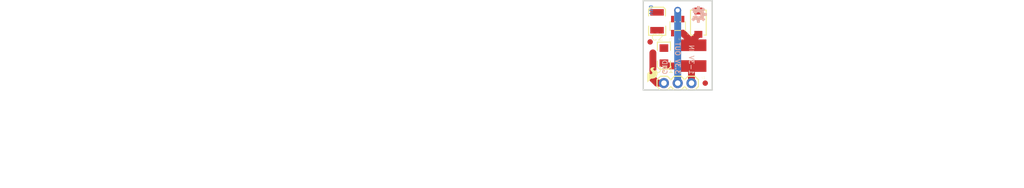
<source format=kicad_pcb>
(kicad_pcb (version 20211014) (generator pcbnew)
  (layers (0 "F.Cu" signal) (31 "B.Cu" signal) (34 "B.Paste" user) (35 "F.Paste" user) (36 "B.SilkS" user "B.Silkscreen") (37 "F.SilkS" user "F.Silkscreen") (38 "B.Mask" user) (39 "F.Mask" user) (44 "Edge.Cuts" user))
  (net 0 "")
  (net 1 "N$3")
  (net 2 "VOUT")
  (net 3 "GND")
  (net 4 "VIN")
  (footprint "boardEagle:CREATIVE_COMMONS" (layer "F.Cu") (at 129.4511 131.0386)
    (fp_text reference "U$2" hide)
    (fp_text value "CREATIVE_COMMONS" hide)
  )
  (footprint "boardEagle:1X03" (layer "F.Cu") (at 145.9611 111.9886)
    (fp_text reference "JP1" (at -1.3462 -1.8288) (layer "F.SilkS") (effects (font (size 1.143 1.143) (thickness 0.127)) (justify left bottom)))
    (fp_text value "")
    (fp_line (start 1.27 -0.635) (end 1.905 -1.27) (layer "F.SilkS") (width 0.2032))
    (fp_line (start 4.445 1.27) (end 3.81 0.635) (layer "F.SilkS") (width 0.2032))
    (fp_line (start 5.715 1.27) (end 4.445 1.27) (layer "F.SilkS") (width 0.2032))
    (fp_line (start 0.635 -1.27) (end 1.27 -0.635) (layer "F.SilkS") (width 0.2032))
    (fp_line (start 6.35 -0.635) (end 6.35 0.635) (layer "F.SilkS") (width 0.2032))
    (fp_line (start -0.635 -1.27) (end 0.635 -1.27) (layer "F.SilkS") (width 0.2032))
    (fp_line (start 4.445 -1.27) (end 5.715 -1.27) (layer "F.SilkS") (width 0.2032))
    (fp_line (start -1.27 0.635) (end -0.635 1.27) (layer "F.SilkS") (width 0.2032))
    (fp_line (start -1.27 -0.635) (end -1.27 0.635) (layer "F.SilkS") (width 0.2032))
    (fp_line (start 3.81 -0.635) (end 4.445 -1.27) (layer "F.SilkS") (width 0.2032))
    (fp_line (start 5.715 -1.27) (end 6.35 -0.635) (layer "F.SilkS") (width 0.2032))
    (fp_line (start 0.635 1.27) (end -0.635 1.27) (layer "F.SilkS") (width 0.2032))
    (fp_line (start 3.81 0.635) (end 3.175 1.27) (layer "F.SilkS") (width 0.2032))
    (fp_line (start 6.35 0.635) (end 5.715 1.27) (layer "F.SilkS") (width 0.2032))
    (fp_line (start 1.905 1.27) (end 1.27 0.635) (layer "F.SilkS") (width 0.2032))
    (fp_line (start 1.905 -1.27) (end 3.175 -1.27) (layer "F.SilkS") (width 0.2032))
    (fp_line (start 3.175 -1.27) (end 3.81 -0.635) (layer "F.SilkS") (width 0.2032))
    (fp_line (start -0.635 -1.27) (end -1.27 -0.635) (layer "F.SilkS") (width 0.2032))
    (fp_line (start 1.27 0.635) (end 0.635 1.27) (layer "F.SilkS") (width 0.2032))
    (fp_line (start 3.175 1.27) (end 1.905 1.27) (layer "F.SilkS") (width 0.2032))
    (pad "1" thru_hole circle (at 0 0 90) (size 1.8796 1.8796) (drill 1.016) (layers *.Cu *.Mask) (net 3 "GND"))
    (pad "2" thru_hole circle (at 2.54 0 90) (size 1.8796 1.8796) (drill 1.016) (layers *.Cu *.Mask) (net 2 "VOUT"))
    (pad "3" thru_hole circle (at 5.08 0 90) (size 1.8796 1.8796) (drill 1.016) (layers *.Cu *.Mask) (net 4 "VIN"))
  )
  (footprint "boardEagle:SOT23-5" (layer "F.Cu") (at 148.5011 101.4476 180)
    (fp_text reference "U1" (at -0.889 -2.159 180) (layer "F.SilkS") (effects (font (size 0.373888 0.373888) (thickness 0.032512)) (justify right top)))
    (fp_text value "NCP1402")
    (fp_line (start -1.3276 0.8104) (end -1.4224 0.8104) (layer "F.SilkS") (width 0.1524))
    (fp_line (start 1.3276 -0.8104) (end 1.4224 -0.8104) (layer "F.SilkS") (width 0.1524))
    (fp_line (start 1.4224 -0.8104) (end 1.4224 0.8104) (layer "F.SilkS") (width 0.1524))
    (fp_line (start 1.4224 0.8104) (end 1.3276 0.8104) (layer "F.SilkS") (width 0.1524))
    (fp_line (start -0.5224 -0.8104) (end 0.5224 -0.8104) (layer "F.SilkS") (width 0.1524))
    (fp_line (start -1.4224 -0.8104) (end -1.3276 -0.8104) (layer "F.SilkS") (width 0.1524))
    (fp_line (start -1.4224 0.8104) (end -1.4224 -0.8104) (layer "F.SilkS") (width 0.1524))
    (fp_line (start 0.5224 0.8104) (end 0.4276 0.8104) (layer "F.SilkS") (width 0.1524))
    (fp_line (start -0.4276 0.8104) (end -0.5224 0.8104) (layer "F.SilkS") (width 0.1524))
    (pad "1" smd rect (at -0.95 1.3001 180) (size 0.55 1.2) (layers "F.Cu" "F.Paste" "F.Mask") (net 2 "VOUT"))
    (pad "2" smd rect (at 0 1.3001 180) (size 0.55 1.2) (layers "F.Cu" "F.Paste" "F.Mask") (net 2 "VOUT"))
    (pad "3" smd rect (at 0.95 1.3001 180) (size 0.55 1.2) (layers "F.Cu" "F.Paste" "F.Mask"))
    (pad "4" smd rect (at 0.95 -1.3001 180) (size 0.55 1.2) (layers "F.Cu" "F.Paste" "F.Mask") (net 3 "GND"))
    (pad "5" smd rect (at -0.95 -1.3001 180) (size 0.55 1.2) (layers "F.Cu" "F.Paste" "F.Mask") (net 1 "N$3"))
  )
  (footprint "boardEagle:FIDUCIAL-1X2" (layer "F.Cu") (at 143.4211 104.3686)
    (fp_text reference "FID2" hide)
    (fp_text value "FIDUCIAL1X2" hide)
    (pad "1" smd roundrect (at 0 0) (size 1 1) (layers "F.Cu" "F.Mask") (roundrect_rratio 0.5))
  )
  (footprint "boardEagle:CR54" (layer "F.Cu") (at 151.0411 106.9086 180)
    (fp_text reference "L1" (at -2.54 -3.81 180) (layer "F.SilkS") (effects (font (size 0.373888 0.373888) (thickness 0.032512)) (justify right top)))
    (fp_text value "47uH")
    (pad "P$1" smd rect (at 0 -1.92 180) (size 5.5 2.15) (layers "F.Cu" "F.Paste" "F.Mask") (net 4 "VIN"))
    (pad "P$2" smd rect (at 0 1.92 180) (size 5.5 2.15) (layers "F.Cu" "F.Paste" "F.Mask") (net 1 "N$3"))
  )
  (footprint "boardEagle:SFE-LOGO-FLAME" (layer "F.Cu") (at 142.9131 111.8616)
    (fp_text reference "JP2" hide)
    (fp_text value "LOGO-SFESK" hide)
    (fp_poly (pts (xy 1.126002 -2.808203) (xy 1.215449 -2.785829) (xy 1.228477 -2.780783) (xy 1.240149 -2.774875) (xy 1.25686 -2.766576) (xy 1.275552 -2.759834) (xy 1.371694 -2.7026) (xy 1.3793 -2.7026) (xy 1.3793 -2.6772) (xy 1.306833 -2.6772) (xy 1.208418 -2.657914) (xy 1.074855 -2.495286) (xy 1.079365 -2.436825) (xy 1.12809 -2.341869) (xy 1.204666 -2.265196) (xy 1.294069 -2.200638) (xy 1.369348 -2.168824) (xy 1.450737 -2.171632) (xy 1.458864 -2.174186) (xy 1.466257 -2.177389) (xy 1.530514 -2.236956) (xy 1.5368 -2.259812) (xy 1.5368 -2.377938) (xy 1.763707 -2.148127) (xy 1.868186 -1.856841) (xy 1.871603 -1.856894) (xy 1.87806 -1.650435) (xy 1.848857 -1.45742) (xy 1.785308 -1.272842) (xy 1.6663 -1.061578) (xy 1.6663 -1.080581) (xy 1.378131 -0.80901) (xy 0.982239 -0.6985) (xy 0.753005 -0.6985) (xy 0.716201 -0.692046) (xy 0.681776 -0.679592) (xy 0.496322 -0.541784) (xy -0.0126 0.03091) (xy -0.0126 -1.52077) (xy 0.060004 -1.761967) (xy 0.168295 -1.865489) (xy 0.307122 -1.917522) (xy 0.4039 -1.925089) (xy 0.499384 -1.917623) (xy 0.55991 -1.908099) (xy 0.557788 -1.884433) (xy 0.522216 -1.885242) (xy 0.501784 -1.876141) (xy 0.420519 -1.817154) (xy 0.400722 -1.79067) (xy 0.390395 -1.7285) (xy 0.400905 -1.665229) (xy 0.421405 -1.625174) (xy 0.452343 -1.592685) (xy 0.546535 -1.54355) (xy 0.652229 -1.531742) (xy 0.742768 -1.550084) (xy 0.82422 -1.589656) (xy 0.92203 -1.754659) (xy 0.907706 -1.848844) (xy 0.850914 -1.930401) (xy 0.584707 -2.263237) (xy 0.561667 -2.510855) (xy 0.627495 -2.621556) (xy 0.629042 -2.623103) (xy 0.778901 -2.74712) (xy 1.032676 -2.817064)) (layer "F.SilkS") (width 0) (fill solid))
  )
  (footprint "boardEagle:FIDUCIAL-1X2" (layer "F.Cu") (at 153.5811 111.9886)
    (fp_text reference "FID1" hide)
    (fp_text value "FIDUCIAL1X2" hide)
    (pad "1" smd roundrect (at 0 0) (size 1 1) (layers "F.Cu" "F.Mask") (roundrect_rratio 0.5))
  )
  (footprint "boardEagle:SMA-DIODE" (layer "F.Cu") (at 152.3111 100.8126 90)
    (fp_text reference "D1" (at -2.286 -1.651 90) (layer "F.SilkS") (effects (font (size 0.373888 0.373888) (thickness 0.032512)) (justify left bottom)))
    (fp_text value "MBRA140")
    (fp_line (start 2.3 1) (end 2.3 1.45) (layer "F.SilkS") (width 0.2032))
    (fp_line (start 1 -1) (end 1 1) (layer "F.SilkS") (width 0.2032))
    (fp_line (start -2.3 1.45) (end -2.3 1) (layer "F.SilkS") (width 0.2032))
    (fp_line (start -2.3 -1) (end -2.3 -1.45) (layer "F.SilkS") (width 0.2032))
    (fp_line (start 2.3 -1.45) (end 2.3 -1) (layer "F.SilkS") (width 0.2032))
    (fp_line (start 2.3 1.45) (end -2.3 1.45) (layer "F.SilkS") (width 0.2032))
    (fp_line (start -2.3 -1.45) (end 2.3 -1.45) (layer "F.SilkS") (width 0.2032))
    (pad "A" smd rect (at -2.15 0 270) (size 1.27 1.47) (layers "F.Cu" "F.Paste" "F.Mask") (net 1 "N$3"))
    (pad "C" smd rect (at 2.15 0 90) (size 1.27 1.47) (layers "F.Cu" "F.Paste" "F.Mask") (net 2 "VOUT"))
  )
  (footprint "boardEagle:EIA3528" (layer "F.Cu") (at 144.6911 100.5586 90)
    (fp_text reference "C2" (at -2.27 1.27 180) (layer "F.SilkS") (effects (font (size 1.1684 1.1684) (thickness 0.1016)) (justify right top)))
    (fp_text value "68uF")
    (fp_line (start -0.9 1.6) (end -2.6 1.6) (layer "F.SilkS") (width 0.2032))
    (fp_line (start -2.6 -1.55) (end -0.9 -1.55) (layer "F.SilkS") (width 0.2032))
    (fp_line (start -2.6 1.6) (end -2.6 -1.55) (layer "F.SilkS") (width 0.2032))
    (fp_line (start 2.2 -1.55) (end 1 -1.55) (layer "F.SilkS") (width 0.2032))
    (fp_line (start 1 1.55) (end 2.2 1.55) (layer "F.SilkS") (width 0.2032))
    (fp_line (start 2.2 1.55) (end 2.6 1.2) (layer "F.SilkS") (width 0.2032))
    (fp_line (start 2.6 1.2) (end 2.6 -1.25) (layer "F.SilkS") (width 0.2032))
    (fp_line (start 2.6 -1.25) (end 2.2 -1.55) (layer "F.SilkS") (width 0.2032))
    (pad "A" smd rect (at 1.65 0 180) (size 2.5 1.2) (layers "F.Cu" "F.Paste" "F.Mask") (net 2 "VOUT"))
    (pad "C" smd rect (at -1.65 0 180) (size 2.5 1.2) (layers "F.Cu" "F.Paste" "F.Mask") (net 3 "GND"))
  )
  (footprint "boardEagle:CREATIVE_COMMONS" (layer "F.Cu") (at 43.871622 113.2586)
    (fp_text reference "FRAME1" hide)
    (fp_text value "FRAME-LETTER" hide)
  )
  (footprint "boardEagle:EIA3216" (layer "F.Cu") (at 145.9611 106.9086 -90)
    (fp_text reference "C1" (at -2.54 -1.381 -90) (layer "F.SilkS") (effects (font (size 0.373888 0.373888) (thickness 0.032512)) (justify left bottom)))
    (fp_text value "10uF")
    (fp_line (start 1 1.2) (end 2.1 1.2) (layer "F.SilkS") (width 0.2032))
    (fp_line (start 2.5 -0.8) (end 2.1 -1.2) (layer "F.SilkS") (width 0.2032))
    (fp_line (start 2.1 -1.2) (end 1 -1.2) (layer "F.SilkS") (width 0.2032))
    (fp_line (start 2.5 0.8) (end 2.5 -0.8) (layer "F.SilkS") (width 0.2032))
    (fp_line (start -2.5 -1.2) (end -1 -1.2) (layer "F.SilkS") (width 0.2032))
    (fp_line (start -2.5 1.2) (end -2.5 -1.2) (layer "F.SilkS") (width 0.2032))
    (fp_line (start 2.1 1.2) (end 2.5 0.8) (layer "F.SilkS") (width 0.2032))
    (fp_line (start -1 1.2) (end -2.5 1.2) (layer "F.SilkS") (width 0.2032))
    (pad "A" smd rect (at 1.4 0) (size 1.6 1.4) (layers "F.Cu" "F.Paste" "F.Mask") (net 4 "VIN"))
    (pad "C" smd rect (at -1.4 0) (size 1.6 1.4) (layers "F.Cu" "F.Paste" "F.Mask") (net 3 "GND"))
  )
  (footprint "boardEagle:OSHW-LOGO-S" (layer "B.Cu") (at 152.3111 99.2886 90)
    (fp_text reference "U$1" hide)
    (fp_text value "OSHW-LOGOS" hide)
    (fp_poly (pts (xy 0.301647 1.061351) (xy 0.42347 1.022344) (xy 0.537177 0.963769) (xy 0.92862 1.282946) (xy 1.282946 0.92862) (xy 0.961035 0.533823) (xy 1.057046 0.302084) (xy 1.5638 0.250561) (xy 1.5638 -0.250561) (xy 1.057046 -0.302084) (xy 0.961035 -0.533823) (xy 1.282946 -0.92862) (xy 0.92862 -1.282946) (xy 0.537177 -0.96377) (xy 0.356601 -1.056794) (xy 0.088679 -0.410073) (xy 0.326262 -0.2176) (xy 0.373649 -0.121468) (xy 0.392729 -0.010339) (xy 0.379464 0.101634) (xy 0.334947 0.205229) (xy 0.262842 0.291918) (xy 0.169087 0.354561) (xy 0.061406 0.387999) (xy -0.051342 0.38948) (xy -0.159868 0.358881) (xy -0.255234 0.298724) (xy -0.329589 0.213962) (xy -0.376813 0.111569) (xy -0.392176 0.005767) (xy -0.322923 -0.222565) (xy -0.249312 -0.303773) (xy 0.091677 -0.5081) (xy -0.12929 -0.5081) (xy -0.355332 -1.053732) (xy -0.506597 -0.983577) (xy -0.538922 -0.965192) (xy -0.92862 -1.282946) (xy -1.282946 -0.92862) (xy -0.961035 -0.533823) (xy -1.057046 -0.302084) (xy -1.5638 -0.250561) (xy -1.5638 0.250561) (xy -1.057046 0.302084) (xy -0.961035 0.533823) (xy -1.282946 0.92862) (xy -0.92862 1.282946) (xy -0.533823 0.961035) (xy -0.302084 1.057046) (xy -0.250561 1.5638) (xy 0.250561 1.5638)) (layer "B.SilkS") (width 0) (fill solid))
  )
  (gr_line (start 142.1511 96.7486) (end 142.1511 113.2586) (layer "Edge.Cuts") (width 0.254))
  (gr_line (start 154.8511 96.7486) (end 142.1511 96.7486) (layer "Edge.Cuts") (width 0.254))
  (gr_line (start 142.1511 113.2586) (end 154.8511 113.2586) (layer "Edge.Cuts") (width 0.254))
  (gr_line (start 154.8511 113.2586) (end 154.8511 96.7486) (layer "Edge.Cuts") (width 0.254))
  (gr_text "V10" (at 143.9291 97.5106 -90) (layer "B.Cu") (effects (font (size 0.6477 0.6477) (thickness 0.1143)) (justify right top mirror)))
  (gr_text "1-3V IN" (at 150.5331 110.4646 -90) (layer "B.SilkS") (effects (font (size 0.8636 0.8636) (thickness 0.1524)) (justify left bottom mirror)))
  (gr_text "GND" (at 145.5801 110.4646 -90) (layer "B.SilkS") (effects (font (size 0.8636 0.8636) (thickness 0.1524)) (justify left bottom mirror)))
  (gr_text "3.3V OUT" (at 147.9931 110.4646 -90) (layer "B.SilkS") (effects (font (size 0.8636 0.8636) (thickness 0.1524)) (justify left bottom mirror)))
  (segment (start 151.0411 104.9886) (end 151.0411 104.2326) (width 1.27) (layer "F.Cu") (net 1))
  (segment (start 151.0411 104.3377) (end 149.4511 102.7477) (width 1.27) (layer "F.Cu") (net 1))
  (segment (start 151.0411 104.2326) (end 152.3111 102.9626) (width 1.27) (layer "F.Cu") (net 1))
  (segment (start 151.0411 104.9886) (end 151.0411 104.3377) (width 1.27) (layer "F.Cu") (net 1))
  (via (at 148.5011 98.5266) (size 1.27) (drill 0.762) (layers "F.Cu" "B.Cu") (net 2))
  (segment (start 148.5011 111.9886) (end 148.5011 98.5266) (width 1.27) (layer "B.Cu") (net 2))
  (segment (start 143.9291 111.2266) (end 143.9291 106.4006) (width 1.27) (layer "F.Cu") (net 3))
  (segment (start 144.6911 111.9886) (end 145.9611 111.9886) (width 1.27) (layer "F.Cu") (net 3))
  (segment (start 143.9291 111.2266) (end 144.6911 111.9886) (width 1.27) (layer "F.Cu") (net 3))
  (segment (start 151.0261 108.8136) (end 151.0411 108.8286) (width 1.524) (layer "F.Cu") (net 4))
  (segment (start 146.4661 108.8136) (end 151.0261 108.8136) (width 1.27) (layer "F.Cu") (net 4))
  (segment (start 145.9611 108.3086) (end 146.4661 108.8136) (width 1.27) (layer "F.Cu") (net 4))
  (segment (start 151.0411 108.8286) (end 151.0411 111.9886) (width 1.27) (layer "F.Cu") (net 4))
)
</source>
